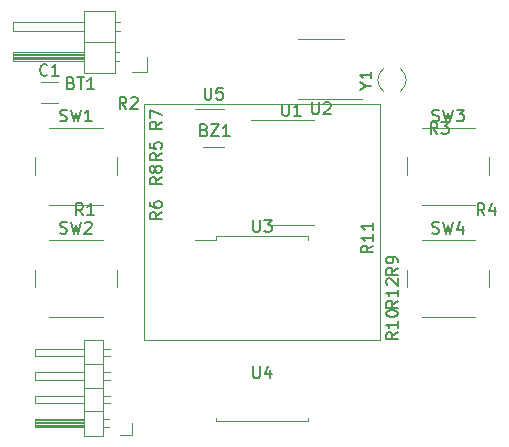
<source format=gbr>
%TF.GenerationSoftware,KiCad,Pcbnew,5.1.10*%
%TF.CreationDate,2021-12-20T15:46:02-06:00*%
%TF.ProjectId,notawatch,6e6f7461-7761-4746-9368-2e6b69636164,rev?*%
%TF.SameCoordinates,Original*%
%TF.FileFunction,Legend,Top*%
%TF.FilePolarity,Positive*%
%FSLAX46Y46*%
G04 Gerber Fmt 4.6, Leading zero omitted, Abs format (unit mm)*
G04 Created by KiCad (PCBNEW 5.1.10) date 2021-12-20 15:46:02*
%MOMM*%
%LPD*%
G01*
G04 APERTURE LIST*
%ADD10C,0.120000*%
%ADD11C,0.150000*%
G04 APERTURE END LIST*
D10*
%TO.C,C1*%
X133288748Y-91090000D02*
X134711252Y-91090000D01*
X133288748Y-92910000D02*
X134711252Y-92910000D01*
%TO.C,REF\u002A\u002A*%
X138560000Y-121060000D02*
X138560000Y-112940000D01*
X138560000Y-112940000D02*
X136940000Y-112940000D01*
X136940000Y-112940000D02*
X136940000Y-121060000D01*
X136940000Y-121060000D02*
X138560000Y-121060000D01*
X136940000Y-120310000D02*
X132740000Y-120310000D01*
X132740000Y-120310000D02*
X132740000Y-119690000D01*
X132740000Y-119690000D02*
X136940000Y-119690000D01*
X136940000Y-120250000D02*
X132740000Y-120250000D01*
X136940000Y-120130000D02*
X132740000Y-120130000D01*
X136940000Y-120010000D02*
X132740000Y-120010000D01*
X136940000Y-119890000D02*
X132740000Y-119890000D01*
X136940000Y-119770000D02*
X132740000Y-119770000D01*
X139065000Y-120310000D02*
X138560000Y-120310000D01*
X139065000Y-119690000D02*
X138560000Y-119690000D01*
X138560000Y-119000000D02*
X136940000Y-119000000D01*
X136940000Y-118310000D02*
X132740000Y-118310000D01*
X132740000Y-118310000D02*
X132740000Y-117690000D01*
X132740000Y-117690000D02*
X136940000Y-117690000D01*
X139117886Y-118310000D02*
X138560000Y-118310000D01*
X139117886Y-117690000D02*
X138560000Y-117690000D01*
X138560000Y-117000000D02*
X136940000Y-117000000D01*
X136940000Y-116310000D02*
X132740000Y-116310000D01*
X132740000Y-116310000D02*
X132740000Y-115690000D01*
X132740000Y-115690000D02*
X136940000Y-115690000D01*
X139117886Y-116310000D02*
X138560000Y-116310000D01*
X139117886Y-115690000D02*
X138560000Y-115690000D01*
X138560000Y-115000000D02*
X136940000Y-115000000D01*
X136940000Y-114310000D02*
X132740000Y-114310000D01*
X132740000Y-114310000D02*
X132740000Y-113690000D01*
X132740000Y-113690000D02*
X136940000Y-113690000D01*
X139117886Y-114310000D02*
X138560000Y-114310000D01*
X139117886Y-113690000D02*
X138560000Y-113690000D01*
X141000000Y-120000000D02*
X141000000Y-121000000D01*
X141000000Y-121000000D02*
X140000000Y-121000000D01*
%TO.C,U1*%
X154475000Y-103245000D02*
X156425000Y-103245000D01*
X154475000Y-103245000D02*
X152525000Y-103245000D01*
X154475000Y-94375000D02*
X156425000Y-94375000D01*
X154475000Y-94375000D02*
X151025000Y-94375000D01*
%TO.C,Y1*%
X163732863Y-89999783D02*
G75*
G02*
X163733144Y-91900000I-732863J-950217D01*
G01*
X162267137Y-89999783D02*
G75*
G03*
X162266856Y-91900000I732863J-950217D01*
G01*
%TO.C,U4*%
X142000000Y-93000000D02*
X142000000Y-113000000D01*
X162000000Y-93000000D02*
X142000000Y-93000000D01*
X162000000Y-113000000D02*
X162000000Y-93000000D01*
X142000000Y-113000000D02*
X162000000Y-113000000D01*
%TO.C,U3*%
X152000000Y-119810000D02*
X155860000Y-119810000D01*
X155860000Y-119810000D02*
X155860000Y-119545000D01*
X152000000Y-119810000D02*
X148140000Y-119810000D01*
X148140000Y-119810000D02*
X148140000Y-119545000D01*
X152000000Y-104190000D02*
X155860000Y-104190000D01*
X155860000Y-104190000D02*
X155860000Y-104455000D01*
X152000000Y-104190000D02*
X148140000Y-104190000D01*
X148140000Y-104190000D02*
X148140000Y-104455000D01*
X148140000Y-104455000D02*
X146325000Y-104455000D01*
%TO.C,U2*%
X157000000Y-92560000D02*
X160450000Y-92560000D01*
X157000000Y-92560000D02*
X155050000Y-92560000D01*
X157000000Y-87440000D02*
X158950000Y-87440000D01*
X157000000Y-87440000D02*
X155050000Y-87440000D01*
%TO.C,SW4*%
X165500000Y-111000000D02*
X170000000Y-111000000D01*
X164250000Y-107000000D02*
X164250000Y-108500000D01*
X170000000Y-104500000D02*
X165500000Y-104500000D01*
X171250000Y-108500000D02*
X171250000Y-107000000D01*
%TO.C,SW3*%
X165500000Y-101500000D02*
X170000000Y-101500000D01*
X164250000Y-97500000D02*
X164250000Y-99000000D01*
X170000000Y-95000000D02*
X165500000Y-95000000D01*
X171250000Y-99000000D02*
X171250000Y-97500000D01*
%TO.C,SW2*%
X134000000Y-111000000D02*
X138500000Y-111000000D01*
X132750000Y-107000000D02*
X132750000Y-108500000D01*
X138500000Y-104500000D02*
X134000000Y-104500000D01*
X139750000Y-108500000D02*
X139750000Y-107000000D01*
%TO.C,SW1*%
X134000000Y-101500000D02*
X138500000Y-101500000D01*
X132750000Y-97500000D02*
X132750000Y-99000000D01*
X138500000Y-95000000D02*
X134000000Y-95000000D01*
X139750000Y-99000000D02*
X139750000Y-97500000D01*
%TO.C,U5*%
X147000000Y-96660000D02*
X148800000Y-96660000D01*
X148800000Y-93440000D02*
X146350000Y-93440000D01*
%TO.C,BT1*%
X142270000Y-90270000D02*
X141000000Y-90270000D01*
X142270000Y-89000000D02*
X142270000Y-90270000D01*
X139957071Y-86080000D02*
X139560000Y-86080000D01*
X139957071Y-86840000D02*
X139560000Y-86840000D01*
X130900000Y-86080000D02*
X136900000Y-86080000D01*
X130900000Y-86840000D02*
X130900000Y-86080000D01*
X136900000Y-86840000D02*
X130900000Y-86840000D01*
X139560000Y-87730000D02*
X136900000Y-87730000D01*
X139890000Y-88620000D02*
X139560000Y-88620000D01*
X139890000Y-89380000D02*
X139560000Y-89380000D01*
X136900000Y-88720000D02*
X130900000Y-88720000D01*
X136900000Y-88840000D02*
X130900000Y-88840000D01*
X136900000Y-88960000D02*
X130900000Y-88960000D01*
X136900000Y-89080000D02*
X130900000Y-89080000D01*
X136900000Y-89200000D02*
X130900000Y-89200000D01*
X136900000Y-89320000D02*
X130900000Y-89320000D01*
X130900000Y-88620000D02*
X136900000Y-88620000D01*
X130900000Y-89380000D02*
X130900000Y-88620000D01*
X136900000Y-89380000D02*
X130900000Y-89380000D01*
X136900000Y-90330000D02*
X139560000Y-90330000D01*
X136900000Y-85130000D02*
X136900000Y-90330000D01*
X139560000Y-85130000D02*
X136900000Y-85130000D01*
X139560000Y-90330000D02*
X139560000Y-85130000D01*
%TO.C,C1*%
D11*
X133833333Y-90507142D02*
X133785714Y-90554761D01*
X133642857Y-90602380D01*
X133547619Y-90602380D01*
X133404761Y-90554761D01*
X133309523Y-90459523D01*
X133261904Y-90364285D01*
X133214285Y-90173809D01*
X133214285Y-90030952D01*
X133261904Y-89840476D01*
X133309523Y-89745238D01*
X133404761Y-89650000D01*
X133547619Y-89602380D01*
X133642857Y-89602380D01*
X133785714Y-89650000D01*
X133833333Y-89697619D01*
X134785714Y-90602380D02*
X134214285Y-90602380D01*
X134500000Y-90602380D02*
X134500000Y-89602380D01*
X134404761Y-89745238D01*
X134309523Y-89840476D01*
X134214285Y-89888095D01*
%TO.C,U1*%
X153713095Y-92982380D02*
X153713095Y-93791904D01*
X153760714Y-93887142D01*
X153808333Y-93934761D01*
X153903571Y-93982380D01*
X154094047Y-93982380D01*
X154189285Y-93934761D01*
X154236904Y-93887142D01*
X154284523Y-93791904D01*
X154284523Y-92982380D01*
X155284523Y-93982380D02*
X154713095Y-93982380D01*
X154998809Y-93982380D02*
X154998809Y-92982380D01*
X154903571Y-93125238D01*
X154808333Y-93220476D01*
X154713095Y-93268095D01*
%TO.C,Y1*%
X160776190Y-91426190D02*
X161252380Y-91426190D01*
X160252380Y-91759523D02*
X160776190Y-91426190D01*
X160252380Y-91092857D01*
X161252380Y-90235714D02*
X161252380Y-90807142D01*
X161252380Y-90521428D02*
X160252380Y-90521428D01*
X160395238Y-90616666D01*
X160490476Y-90711904D01*
X160538095Y-90807142D01*
%TO.C,U4*%
X151238095Y-115202380D02*
X151238095Y-116011904D01*
X151285714Y-116107142D01*
X151333333Y-116154761D01*
X151428571Y-116202380D01*
X151619047Y-116202380D01*
X151714285Y-116154761D01*
X151761904Y-116107142D01*
X151809523Y-116011904D01*
X151809523Y-115202380D01*
X152714285Y-115535714D02*
X152714285Y-116202380D01*
X152476190Y-115154761D02*
X152238095Y-115869047D01*
X152857142Y-115869047D01*
%TO.C,U3*%
X151238095Y-102802380D02*
X151238095Y-103611904D01*
X151285714Y-103707142D01*
X151333333Y-103754761D01*
X151428571Y-103802380D01*
X151619047Y-103802380D01*
X151714285Y-103754761D01*
X151761904Y-103707142D01*
X151809523Y-103611904D01*
X151809523Y-102802380D01*
X152190476Y-102802380D02*
X152809523Y-102802380D01*
X152476190Y-103183333D01*
X152619047Y-103183333D01*
X152714285Y-103230952D01*
X152761904Y-103278571D01*
X152809523Y-103373809D01*
X152809523Y-103611904D01*
X152761904Y-103707142D01*
X152714285Y-103754761D01*
X152619047Y-103802380D01*
X152333333Y-103802380D01*
X152238095Y-103754761D01*
X152190476Y-103707142D01*
%TO.C,U2*%
X156238095Y-92852380D02*
X156238095Y-93661904D01*
X156285714Y-93757142D01*
X156333333Y-93804761D01*
X156428571Y-93852380D01*
X156619047Y-93852380D01*
X156714285Y-93804761D01*
X156761904Y-93757142D01*
X156809523Y-93661904D01*
X156809523Y-92852380D01*
X157238095Y-92947619D02*
X157285714Y-92900000D01*
X157380952Y-92852380D01*
X157619047Y-92852380D01*
X157714285Y-92900000D01*
X157761904Y-92947619D01*
X157809523Y-93042857D01*
X157809523Y-93138095D01*
X157761904Y-93280952D01*
X157190476Y-93852380D01*
X157809523Y-93852380D01*
%TO.C,SW4*%
X166416666Y-103904761D02*
X166559523Y-103952380D01*
X166797619Y-103952380D01*
X166892857Y-103904761D01*
X166940476Y-103857142D01*
X166988095Y-103761904D01*
X166988095Y-103666666D01*
X166940476Y-103571428D01*
X166892857Y-103523809D01*
X166797619Y-103476190D01*
X166607142Y-103428571D01*
X166511904Y-103380952D01*
X166464285Y-103333333D01*
X166416666Y-103238095D01*
X166416666Y-103142857D01*
X166464285Y-103047619D01*
X166511904Y-103000000D01*
X166607142Y-102952380D01*
X166845238Y-102952380D01*
X166988095Y-103000000D01*
X167321428Y-102952380D02*
X167559523Y-103952380D01*
X167750000Y-103238095D01*
X167940476Y-103952380D01*
X168178571Y-102952380D01*
X168988095Y-103285714D02*
X168988095Y-103952380D01*
X168750000Y-102904761D02*
X168511904Y-103619047D01*
X169130952Y-103619047D01*
%TO.C,SW3*%
X166416666Y-94404761D02*
X166559523Y-94452380D01*
X166797619Y-94452380D01*
X166892857Y-94404761D01*
X166940476Y-94357142D01*
X166988095Y-94261904D01*
X166988095Y-94166666D01*
X166940476Y-94071428D01*
X166892857Y-94023809D01*
X166797619Y-93976190D01*
X166607142Y-93928571D01*
X166511904Y-93880952D01*
X166464285Y-93833333D01*
X166416666Y-93738095D01*
X166416666Y-93642857D01*
X166464285Y-93547619D01*
X166511904Y-93500000D01*
X166607142Y-93452380D01*
X166845238Y-93452380D01*
X166988095Y-93500000D01*
X167321428Y-93452380D02*
X167559523Y-94452380D01*
X167750000Y-93738095D01*
X167940476Y-94452380D01*
X168178571Y-93452380D01*
X168464285Y-93452380D02*
X169083333Y-93452380D01*
X168750000Y-93833333D01*
X168892857Y-93833333D01*
X168988095Y-93880952D01*
X169035714Y-93928571D01*
X169083333Y-94023809D01*
X169083333Y-94261904D01*
X169035714Y-94357142D01*
X168988095Y-94404761D01*
X168892857Y-94452380D01*
X168607142Y-94452380D01*
X168511904Y-94404761D01*
X168464285Y-94357142D01*
%TO.C,SW2*%
X134916666Y-103904761D02*
X135059523Y-103952380D01*
X135297619Y-103952380D01*
X135392857Y-103904761D01*
X135440476Y-103857142D01*
X135488095Y-103761904D01*
X135488095Y-103666666D01*
X135440476Y-103571428D01*
X135392857Y-103523809D01*
X135297619Y-103476190D01*
X135107142Y-103428571D01*
X135011904Y-103380952D01*
X134964285Y-103333333D01*
X134916666Y-103238095D01*
X134916666Y-103142857D01*
X134964285Y-103047619D01*
X135011904Y-103000000D01*
X135107142Y-102952380D01*
X135345238Y-102952380D01*
X135488095Y-103000000D01*
X135821428Y-102952380D02*
X136059523Y-103952380D01*
X136250000Y-103238095D01*
X136440476Y-103952380D01*
X136678571Y-102952380D01*
X137011904Y-103047619D02*
X137059523Y-103000000D01*
X137154761Y-102952380D01*
X137392857Y-102952380D01*
X137488095Y-103000000D01*
X137535714Y-103047619D01*
X137583333Y-103142857D01*
X137583333Y-103238095D01*
X137535714Y-103380952D01*
X136964285Y-103952380D01*
X137583333Y-103952380D01*
%TO.C,SW1*%
X134916666Y-94404761D02*
X135059523Y-94452380D01*
X135297619Y-94452380D01*
X135392857Y-94404761D01*
X135440476Y-94357142D01*
X135488095Y-94261904D01*
X135488095Y-94166666D01*
X135440476Y-94071428D01*
X135392857Y-94023809D01*
X135297619Y-93976190D01*
X135107142Y-93928571D01*
X135011904Y-93880952D01*
X134964285Y-93833333D01*
X134916666Y-93738095D01*
X134916666Y-93642857D01*
X134964285Y-93547619D01*
X135011904Y-93500000D01*
X135107142Y-93452380D01*
X135345238Y-93452380D01*
X135488095Y-93500000D01*
X135821428Y-93452380D02*
X136059523Y-94452380D01*
X136250000Y-93738095D01*
X136440476Y-94452380D01*
X136678571Y-93452380D01*
X137583333Y-94452380D02*
X137011904Y-94452380D01*
X137297619Y-94452380D02*
X137297619Y-93452380D01*
X137202380Y-93595238D01*
X137107142Y-93690476D01*
X137011904Y-93738095D01*
%TO.C,R12*%
X163502380Y-109642857D02*
X163026190Y-109976190D01*
X163502380Y-110214285D02*
X162502380Y-110214285D01*
X162502380Y-109833333D01*
X162550000Y-109738095D01*
X162597619Y-109690476D01*
X162692857Y-109642857D01*
X162835714Y-109642857D01*
X162930952Y-109690476D01*
X162978571Y-109738095D01*
X163026190Y-109833333D01*
X163026190Y-110214285D01*
X163502380Y-108690476D02*
X163502380Y-109261904D01*
X163502380Y-108976190D02*
X162502380Y-108976190D01*
X162645238Y-109071428D01*
X162740476Y-109166666D01*
X162788095Y-109261904D01*
X162597619Y-108309523D02*
X162550000Y-108261904D01*
X162502380Y-108166666D01*
X162502380Y-107928571D01*
X162550000Y-107833333D01*
X162597619Y-107785714D01*
X162692857Y-107738095D01*
X162788095Y-107738095D01*
X162930952Y-107785714D01*
X163502380Y-108357142D01*
X163502380Y-107738095D01*
%TO.C,R11*%
X161402380Y-104962857D02*
X160926190Y-105296190D01*
X161402380Y-105534285D02*
X160402380Y-105534285D01*
X160402380Y-105153333D01*
X160450000Y-105058095D01*
X160497619Y-105010476D01*
X160592857Y-104962857D01*
X160735714Y-104962857D01*
X160830952Y-105010476D01*
X160878571Y-105058095D01*
X160926190Y-105153333D01*
X160926190Y-105534285D01*
X161402380Y-104010476D02*
X161402380Y-104581904D01*
X161402380Y-104296190D02*
X160402380Y-104296190D01*
X160545238Y-104391428D01*
X160640476Y-104486666D01*
X160688095Y-104581904D01*
X161402380Y-103058095D02*
X161402380Y-103629523D01*
X161402380Y-103343809D02*
X160402380Y-103343809D01*
X160545238Y-103439047D01*
X160640476Y-103534285D01*
X160688095Y-103629523D01*
%TO.C,R10*%
X163502380Y-112322857D02*
X163026190Y-112656190D01*
X163502380Y-112894285D02*
X162502380Y-112894285D01*
X162502380Y-112513333D01*
X162550000Y-112418095D01*
X162597619Y-112370476D01*
X162692857Y-112322857D01*
X162835714Y-112322857D01*
X162930952Y-112370476D01*
X162978571Y-112418095D01*
X163026190Y-112513333D01*
X163026190Y-112894285D01*
X163502380Y-111370476D02*
X163502380Y-111941904D01*
X163502380Y-111656190D02*
X162502380Y-111656190D01*
X162645238Y-111751428D01*
X162740476Y-111846666D01*
X162788095Y-111941904D01*
X162502380Y-110751428D02*
X162502380Y-110656190D01*
X162550000Y-110560952D01*
X162597619Y-110513333D01*
X162692857Y-110465714D01*
X162883333Y-110418095D01*
X163121428Y-110418095D01*
X163311904Y-110465714D01*
X163407142Y-110513333D01*
X163454761Y-110560952D01*
X163502380Y-110656190D01*
X163502380Y-110751428D01*
X163454761Y-110846666D01*
X163407142Y-110894285D01*
X163311904Y-110941904D01*
X163121428Y-110989523D01*
X162883333Y-110989523D01*
X162692857Y-110941904D01*
X162597619Y-110894285D01*
X162550000Y-110846666D01*
X162502380Y-110751428D01*
%TO.C,R9*%
X163502380Y-106846666D02*
X163026190Y-107180000D01*
X163502380Y-107418095D02*
X162502380Y-107418095D01*
X162502380Y-107037142D01*
X162550000Y-106941904D01*
X162597619Y-106894285D01*
X162692857Y-106846666D01*
X162835714Y-106846666D01*
X162930952Y-106894285D01*
X162978571Y-106941904D01*
X163026190Y-107037142D01*
X163026190Y-107418095D01*
X163502380Y-106370476D02*
X163502380Y-106180000D01*
X163454761Y-106084761D01*
X163407142Y-106037142D01*
X163264285Y-105941904D01*
X163073809Y-105894285D01*
X162692857Y-105894285D01*
X162597619Y-105941904D01*
X162550000Y-105989523D01*
X162502380Y-106084761D01*
X162502380Y-106275238D01*
X162550000Y-106370476D01*
X162597619Y-106418095D01*
X162692857Y-106465714D01*
X162930952Y-106465714D01*
X163026190Y-106418095D01*
X163073809Y-106370476D01*
X163121428Y-106275238D01*
X163121428Y-106084761D01*
X163073809Y-105989523D01*
X163026190Y-105941904D01*
X162930952Y-105894285D01*
%TO.C,R8*%
X143502380Y-99166666D02*
X143026190Y-99500000D01*
X143502380Y-99738095D02*
X142502380Y-99738095D01*
X142502380Y-99357142D01*
X142550000Y-99261904D01*
X142597619Y-99214285D01*
X142692857Y-99166666D01*
X142835714Y-99166666D01*
X142930952Y-99214285D01*
X142978571Y-99261904D01*
X143026190Y-99357142D01*
X143026190Y-99738095D01*
X142930952Y-98595238D02*
X142883333Y-98690476D01*
X142835714Y-98738095D01*
X142740476Y-98785714D01*
X142692857Y-98785714D01*
X142597619Y-98738095D01*
X142550000Y-98690476D01*
X142502380Y-98595238D01*
X142502380Y-98404761D01*
X142550000Y-98309523D01*
X142597619Y-98261904D01*
X142692857Y-98214285D01*
X142740476Y-98214285D01*
X142835714Y-98261904D01*
X142883333Y-98309523D01*
X142930952Y-98404761D01*
X142930952Y-98595238D01*
X142978571Y-98690476D01*
X143026190Y-98738095D01*
X143121428Y-98785714D01*
X143311904Y-98785714D01*
X143407142Y-98738095D01*
X143454761Y-98690476D01*
X143502380Y-98595238D01*
X143502380Y-98404761D01*
X143454761Y-98309523D01*
X143407142Y-98261904D01*
X143311904Y-98214285D01*
X143121428Y-98214285D01*
X143026190Y-98261904D01*
X142978571Y-98309523D01*
X142930952Y-98404761D01*
%TO.C,R7*%
X143502380Y-94486666D02*
X143026190Y-94820000D01*
X143502380Y-95058095D02*
X142502380Y-95058095D01*
X142502380Y-94677142D01*
X142550000Y-94581904D01*
X142597619Y-94534285D01*
X142692857Y-94486666D01*
X142835714Y-94486666D01*
X142930952Y-94534285D01*
X142978571Y-94581904D01*
X143026190Y-94677142D01*
X143026190Y-95058095D01*
X142502380Y-94153333D02*
X142502380Y-93486666D01*
X143502380Y-93915238D01*
%TO.C,R6*%
X143502380Y-102166666D02*
X143026190Y-102500000D01*
X143502380Y-102738095D02*
X142502380Y-102738095D01*
X142502380Y-102357142D01*
X142550000Y-102261904D01*
X142597619Y-102214285D01*
X142692857Y-102166666D01*
X142835714Y-102166666D01*
X142930952Y-102214285D01*
X142978571Y-102261904D01*
X143026190Y-102357142D01*
X143026190Y-102738095D01*
X142502380Y-101309523D02*
X142502380Y-101500000D01*
X142550000Y-101595238D01*
X142597619Y-101642857D01*
X142740476Y-101738095D01*
X142930952Y-101785714D01*
X143311904Y-101785714D01*
X143407142Y-101738095D01*
X143454761Y-101690476D01*
X143502380Y-101595238D01*
X143502380Y-101404761D01*
X143454761Y-101309523D01*
X143407142Y-101261904D01*
X143311904Y-101214285D01*
X143073809Y-101214285D01*
X142978571Y-101261904D01*
X142930952Y-101309523D01*
X142883333Y-101404761D01*
X142883333Y-101595238D01*
X142930952Y-101690476D01*
X142978571Y-101738095D01*
X143073809Y-101785714D01*
%TO.C,R5*%
X143502380Y-97166666D02*
X143026190Y-97500000D01*
X143502380Y-97738095D02*
X142502380Y-97738095D01*
X142502380Y-97357142D01*
X142550000Y-97261904D01*
X142597619Y-97214285D01*
X142692857Y-97166666D01*
X142835714Y-97166666D01*
X142930952Y-97214285D01*
X142978571Y-97261904D01*
X143026190Y-97357142D01*
X143026190Y-97738095D01*
X142502380Y-96261904D02*
X142502380Y-96738095D01*
X142978571Y-96785714D01*
X142930952Y-96738095D01*
X142883333Y-96642857D01*
X142883333Y-96404761D01*
X142930952Y-96309523D01*
X142978571Y-96261904D01*
X143073809Y-96214285D01*
X143311904Y-96214285D01*
X143407142Y-96261904D01*
X143454761Y-96309523D01*
X143502380Y-96404761D01*
X143502380Y-96642857D01*
X143454761Y-96738095D01*
X143407142Y-96785714D01*
%TO.C,R4*%
X170833333Y-102402380D02*
X170500000Y-101926190D01*
X170261904Y-102402380D02*
X170261904Y-101402380D01*
X170642857Y-101402380D01*
X170738095Y-101450000D01*
X170785714Y-101497619D01*
X170833333Y-101592857D01*
X170833333Y-101735714D01*
X170785714Y-101830952D01*
X170738095Y-101878571D01*
X170642857Y-101926190D01*
X170261904Y-101926190D01*
X171690476Y-101735714D02*
X171690476Y-102402380D01*
X171452380Y-101354761D02*
X171214285Y-102069047D01*
X171833333Y-102069047D01*
%TO.C,R3*%
X166833333Y-95502380D02*
X166500000Y-95026190D01*
X166261904Y-95502380D02*
X166261904Y-94502380D01*
X166642857Y-94502380D01*
X166738095Y-94550000D01*
X166785714Y-94597619D01*
X166833333Y-94692857D01*
X166833333Y-94835714D01*
X166785714Y-94930952D01*
X166738095Y-94978571D01*
X166642857Y-95026190D01*
X166261904Y-95026190D01*
X167166666Y-94502380D02*
X167785714Y-94502380D01*
X167452380Y-94883333D01*
X167595238Y-94883333D01*
X167690476Y-94930952D01*
X167738095Y-94978571D01*
X167785714Y-95073809D01*
X167785714Y-95311904D01*
X167738095Y-95407142D01*
X167690476Y-95454761D01*
X167595238Y-95502380D01*
X167309523Y-95502380D01*
X167214285Y-95454761D01*
X167166666Y-95407142D01*
%TO.C,R2*%
X140513333Y-93402380D02*
X140180000Y-92926190D01*
X139941904Y-93402380D02*
X139941904Y-92402380D01*
X140322857Y-92402380D01*
X140418095Y-92450000D01*
X140465714Y-92497619D01*
X140513333Y-92592857D01*
X140513333Y-92735714D01*
X140465714Y-92830952D01*
X140418095Y-92878571D01*
X140322857Y-92926190D01*
X139941904Y-92926190D01*
X140894285Y-92497619D02*
X140941904Y-92450000D01*
X141037142Y-92402380D01*
X141275238Y-92402380D01*
X141370476Y-92450000D01*
X141418095Y-92497619D01*
X141465714Y-92592857D01*
X141465714Y-92688095D01*
X141418095Y-92830952D01*
X140846666Y-93402380D01*
X141465714Y-93402380D01*
%TO.C,R1*%
X136833333Y-102402380D02*
X136500000Y-101926190D01*
X136261904Y-102402380D02*
X136261904Y-101402380D01*
X136642857Y-101402380D01*
X136738095Y-101450000D01*
X136785714Y-101497619D01*
X136833333Y-101592857D01*
X136833333Y-101735714D01*
X136785714Y-101830952D01*
X136738095Y-101878571D01*
X136642857Y-101926190D01*
X136261904Y-101926190D01*
X137785714Y-102402380D02*
X137214285Y-102402380D01*
X137500000Y-102402380D02*
X137500000Y-101402380D01*
X137404761Y-101545238D01*
X137309523Y-101640476D01*
X137214285Y-101688095D01*
%TO.C,BZ1*%
X147119047Y-95178571D02*
X147261904Y-95226190D01*
X147309523Y-95273809D01*
X147357142Y-95369047D01*
X147357142Y-95511904D01*
X147309523Y-95607142D01*
X147261904Y-95654761D01*
X147166666Y-95702380D01*
X146785714Y-95702380D01*
X146785714Y-94702380D01*
X147119047Y-94702380D01*
X147214285Y-94750000D01*
X147261904Y-94797619D01*
X147309523Y-94892857D01*
X147309523Y-94988095D01*
X147261904Y-95083333D01*
X147214285Y-95130952D01*
X147119047Y-95178571D01*
X146785714Y-95178571D01*
X147690476Y-94702380D02*
X148357142Y-94702380D01*
X147690476Y-95702380D01*
X148357142Y-95702380D01*
X149261904Y-95702380D02*
X148690476Y-95702380D01*
X148976190Y-95702380D02*
X148976190Y-94702380D01*
X148880952Y-94845238D01*
X148785714Y-94940476D01*
X148690476Y-94988095D01*
%TO.C,U5*%
X147138095Y-91602380D02*
X147138095Y-92411904D01*
X147185714Y-92507142D01*
X147233333Y-92554761D01*
X147328571Y-92602380D01*
X147519047Y-92602380D01*
X147614285Y-92554761D01*
X147661904Y-92507142D01*
X147709523Y-92411904D01*
X147709523Y-91602380D01*
X148661904Y-91602380D02*
X148185714Y-91602380D01*
X148138095Y-92078571D01*
X148185714Y-92030952D01*
X148280952Y-91983333D01*
X148519047Y-91983333D01*
X148614285Y-92030952D01*
X148661904Y-92078571D01*
X148709523Y-92173809D01*
X148709523Y-92411904D01*
X148661904Y-92507142D01*
X148614285Y-92554761D01*
X148519047Y-92602380D01*
X148280952Y-92602380D01*
X148185714Y-92554761D01*
X148138095Y-92507142D01*
%TO.C,BT1*%
X135829285Y-91198571D02*
X135972142Y-91246190D01*
X136019761Y-91293809D01*
X136067380Y-91389047D01*
X136067380Y-91531904D01*
X136019761Y-91627142D01*
X135972142Y-91674761D01*
X135876904Y-91722380D01*
X135495952Y-91722380D01*
X135495952Y-90722380D01*
X135829285Y-90722380D01*
X135924523Y-90770000D01*
X135972142Y-90817619D01*
X136019761Y-90912857D01*
X136019761Y-91008095D01*
X135972142Y-91103333D01*
X135924523Y-91150952D01*
X135829285Y-91198571D01*
X135495952Y-91198571D01*
X136353095Y-90722380D02*
X136924523Y-90722380D01*
X136638809Y-91722380D02*
X136638809Y-90722380D01*
X137781666Y-91722380D02*
X137210238Y-91722380D01*
X137495952Y-91722380D02*
X137495952Y-90722380D01*
X137400714Y-90865238D01*
X137305476Y-90960476D01*
X137210238Y-91008095D01*
%TD*%
M02*

</source>
